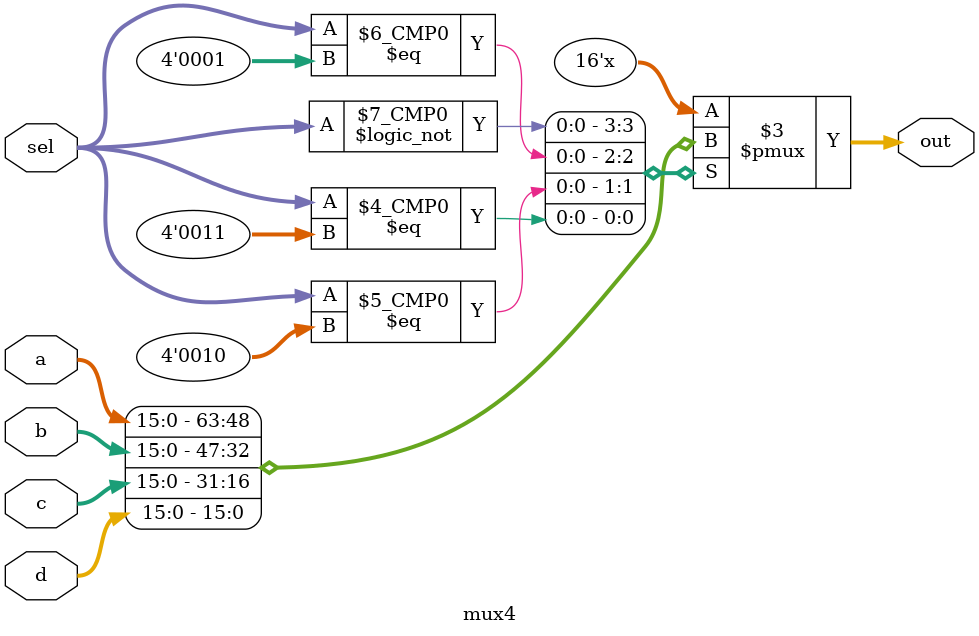
<source format=v>
module mux4(
  input [15:0] a,
  input [15:0] b,
  input [15:0] c,
  input [15:0] d,
  input [3:0] sel, //cambiar a 2 bits
  output reg   [15:0] out);
  
  always @(*)
  begin
    case(sel)
      2'd0 : out=a;
      2'd1 : out=b;
      2'd2 : out=c;
      2'd3 : out=d;
      default : out= 16'hx;
    endcase
  end
  
endmodule
  
  
</source>
